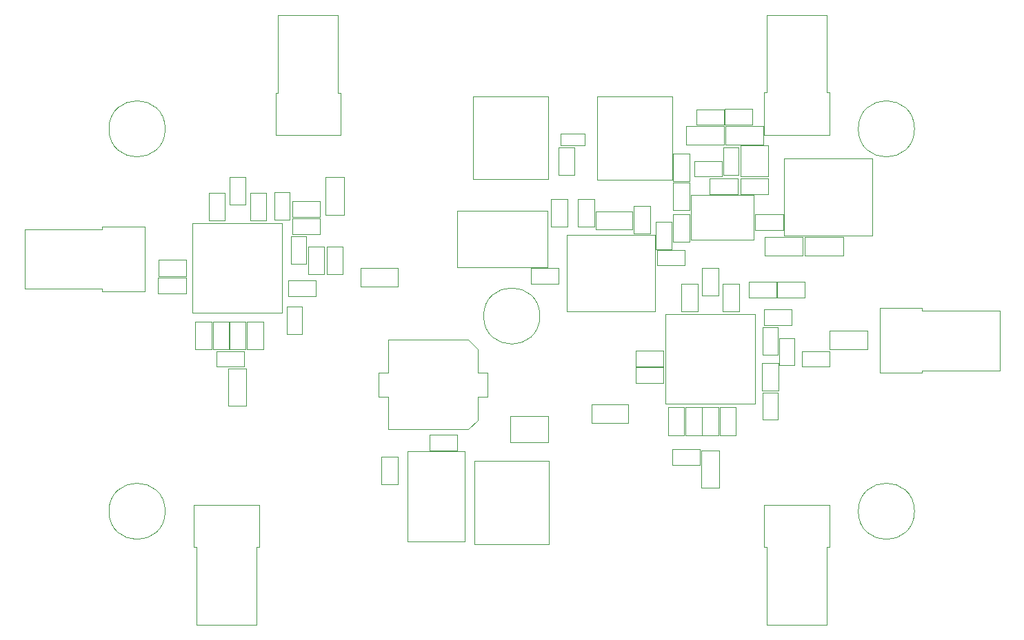
<source format=gbr>
%TF.GenerationSoftware,KiCad,Pcbnew,7.0.7*%
%TF.CreationDate,2023-09-13T19:56:45-04:00*%
%TF.ProjectId,AD831HotBoard,41443833-3148-46f7-9442-6f6172642e6b,0.1.0*%
%TF.SameCoordinates,Original*%
%TF.FileFunction,Other,User*%
%FSLAX46Y46*%
G04 Gerber Fmt 4.6, Leading zero omitted, Abs format (unit mm)*
G04 Created by KiCad (PCBNEW 7.0.7) date 2023-09-13 19:56:45*
%MOMM*%
%LPD*%
G01*
G04 APERTURE LIST*
%ADD10C,0.050000*%
G04 APERTURE END LIST*
D10*
%TO.C,R9*%
X175491000Y-83510500D02*
X175491000Y-88070500D01*
X173251000Y-88070500D02*
X173251000Y-83510500D01*
X173251000Y-83510500D02*
X175491000Y-83510500D01*
X175491000Y-88070500D02*
X173251000Y-88070500D01*
%TO.C,R1*%
X117420000Y-73473500D02*
X117420000Y-78033500D01*
X115180000Y-78033500D02*
X115180000Y-73473500D01*
X115180000Y-73473500D02*
X117420000Y-73473500D01*
X117420000Y-78033500D02*
X115180000Y-78033500D01*
%TO.C,J2*%
X111000000Y-90200000D02*
X119000000Y-90200000D01*
X111000000Y-95400000D02*
X111000000Y-90200000D01*
X111320000Y-95400000D02*
X111000000Y-95400000D01*
X111320000Y-104920000D02*
X111320000Y-95400000D01*
X118680000Y-95400000D02*
X118680000Y-104920000D01*
X118680000Y-95400000D02*
X119000000Y-95400000D01*
X118680000Y-104920000D02*
X111320000Y-104920000D01*
X119000000Y-95400000D02*
X119000000Y-90200000D01*
%TO.C,C7*%
X115280000Y-67703000D02*
X115280000Y-71103000D01*
X113320000Y-67703000D02*
X115280000Y-67703000D01*
X115280000Y-71103000D02*
X113320000Y-71103000D01*
X113320000Y-71103000D02*
X113320000Y-67703000D01*
%TO.C,C24*%
X175550000Y-81644000D02*
X175550000Y-78244000D01*
X177510000Y-81644000D02*
X175550000Y-81644000D01*
X175550000Y-78244000D02*
X177510000Y-78244000D01*
X177510000Y-78244000D02*
X177510000Y-81644000D01*
%TO.C,C22*%
X168639000Y-75275000D02*
X165239000Y-75275000D01*
X168639000Y-73315000D02*
X168639000Y-75275000D01*
X165239000Y-75275000D02*
X165239000Y-73315000D01*
X165239000Y-73315000D02*
X168639000Y-73315000D01*
%TO.C,R24*%
X159772000Y-77874000D02*
X164332000Y-77874000D01*
X159772000Y-80114000D02*
X159772000Y-77874000D01*
X164332000Y-77874000D02*
X164332000Y-80114000D01*
X164332000Y-80114000D02*
X159772000Y-80114000D01*
%TO.C,C40*%
X179561000Y-43525000D02*
X176161000Y-43525000D01*
X179561000Y-41565000D02*
X179561000Y-43525000D01*
X176161000Y-43525000D02*
X176161000Y-41565000D01*
X176161000Y-41565000D02*
X179561000Y-41565000D01*
%TO.C,J4*%
X129000000Y-44764000D02*
X121000000Y-44764000D01*
X129000000Y-39564000D02*
X129000000Y-44764000D01*
X128680000Y-39564000D02*
X129000000Y-39564000D01*
X128680000Y-30044000D02*
X128680000Y-39564000D01*
X121320000Y-39564000D02*
X121320000Y-30044000D01*
X121320000Y-39564000D02*
X121000000Y-39564000D01*
X121320000Y-30044000D02*
X128680000Y-30044000D01*
X121000000Y-39564000D02*
X121000000Y-44764000D01*
%TO.C,C34*%
X169636000Y-55409400D02*
X169636000Y-58809400D01*
X167676000Y-55409400D02*
X169636000Y-55409400D01*
X169636000Y-58809400D02*
X167676000Y-58809400D01*
X167676000Y-58809400D02*
X167676000Y-55409400D01*
%TO.C,R11*%
X182687000Y-76401500D02*
X182687000Y-79761500D01*
X180787000Y-76401500D02*
X182687000Y-76401500D01*
X182687000Y-79761500D02*
X180787000Y-79761500D01*
X180787000Y-79761500D02*
X180787000Y-76401500D01*
%TO.C,C28*%
X177891000Y-63009000D02*
X177891000Y-66409000D01*
X175931000Y-63009000D02*
X177891000Y-63009000D01*
X177891000Y-66409000D02*
X175931000Y-66409000D01*
X175931000Y-66409000D02*
X175931000Y-63009000D01*
%TO.C,J9*%
X195200000Y-74000000D02*
X195200000Y-66000000D01*
X200400000Y-74000000D02*
X195200000Y-74000000D01*
X200400000Y-73680000D02*
X200400000Y-74000000D01*
X209920000Y-73680000D02*
X200400000Y-73680000D01*
X200400000Y-66320000D02*
X209920000Y-66320000D01*
X200400000Y-66320000D02*
X200400000Y-66000000D01*
X209920000Y-66320000D02*
X209920000Y-73680000D01*
X200400000Y-66000000D02*
X195200000Y-66000000D01*
%TO.C,R16*%
X179144500Y-62804000D02*
X182504500Y-62804000D01*
X179144500Y-64704000D02*
X179144500Y-62804000D01*
X182504500Y-62804000D02*
X182504500Y-64704000D01*
X182504500Y-64704000D02*
X179144500Y-64704000D01*
%TO.C,C4*%
X173391000Y-81644000D02*
X173391000Y-78244000D01*
X175351000Y-81644000D02*
X173391000Y-81644000D01*
X173391000Y-78244000D02*
X175351000Y-78244000D01*
X175351000Y-78244000D02*
X175351000Y-81644000D01*
%TO.C,C11*%
X117312000Y-49928000D02*
X117312000Y-53328000D01*
X115352000Y-49928000D02*
X117312000Y-49928000D01*
X117312000Y-53328000D02*
X115352000Y-53328000D01*
X115352000Y-53328000D02*
X115352000Y-49928000D01*
%TO.C,R20*%
X175797000Y-49845000D02*
X172437000Y-49845000D01*
X175797000Y-47945000D02*
X175797000Y-49845000D01*
X172437000Y-49845000D02*
X172437000Y-47945000D01*
X172437000Y-47945000D02*
X175797000Y-47945000D01*
%TO.C,U4*%
X168871000Y-66763000D02*
X168871000Y-77763000D01*
X168871000Y-77763000D02*
X179871000Y-77763000D01*
X179871000Y-66763000D02*
X168871000Y-66763000D01*
X179871000Y-77763000D02*
X179871000Y-66763000D01*
%TO.C,R22*%
X155768000Y-49662500D02*
X155768000Y-46302500D01*
X157668000Y-49662500D02*
X155768000Y-49662500D01*
X155768000Y-46302500D02*
X157668000Y-46302500D01*
X157668000Y-46302500D02*
X157668000Y-49662500D01*
%TO.C,Q1*%
X178066000Y-49877500D02*
X181466000Y-49877500D01*
X181466000Y-49877500D02*
X181466000Y-46037500D01*
X178066000Y-46037500D02*
X178066000Y-49877500D01*
X181466000Y-46037500D02*
X178066000Y-46037500D01*
%TO.C,C38*%
X146985000Y-76938000D02*
X146985000Y-73938000D01*
X146985000Y-73938000D02*
X145835000Y-73938000D01*
X145835000Y-79788000D02*
X145835000Y-76938000D01*
X145835000Y-79788000D02*
X144685000Y-80938000D01*
X145835000Y-76938000D02*
X146985000Y-76938000D01*
X145835000Y-73938000D02*
X145835000Y-71088000D01*
X145835000Y-71088000D02*
X144685000Y-69938000D01*
X144685000Y-80938000D02*
X134835000Y-80938000D01*
X144685000Y-69938000D02*
X134835000Y-69938000D01*
X134835000Y-80938000D02*
X134835000Y-76938000D01*
X134835000Y-76938000D02*
X133685000Y-76938000D01*
X134835000Y-73938000D02*
X134835000Y-69938000D01*
X133685000Y-76938000D02*
X133685000Y-73938000D01*
X133685000Y-73938000D02*
X134835000Y-73938000D01*
%TO.C,C6*%
X115352000Y-71103000D02*
X115352000Y-67703000D01*
X117312000Y-71103000D02*
X115352000Y-71103000D01*
X115352000Y-67703000D02*
X117312000Y-67703000D01*
X117312000Y-67703000D02*
X117312000Y-71103000D01*
%TO.C,R7*%
X122743000Y-51810500D02*
X122743000Y-55170500D01*
X120843000Y-51810500D02*
X122743000Y-51810500D01*
X122743000Y-55170500D02*
X120843000Y-55170500D01*
X120843000Y-55170500D02*
X120843000Y-51810500D01*
%TO.C,C12*%
X111161000Y-71103000D02*
X111161000Y-67703000D01*
X113121000Y-71103000D02*
X111161000Y-71103000D01*
X111161000Y-67703000D02*
X113121000Y-67703000D01*
X113121000Y-67703000D02*
X113121000Y-71103000D01*
%TO.C,H5*%
X153450000Y-67000000D02*
G75*
G03*
X153450000Y-67000000I-3450000J0D01*
G01*
%TO.C,L2*%
X167589000Y-57012000D02*
X167589000Y-66432000D01*
X156769000Y-57012000D02*
X167589000Y-57012000D01*
X156769000Y-57012000D02*
X156769000Y-66432000D01*
X156769000Y-66432000D02*
X167589000Y-66432000D01*
%TO.C,C31*%
X179910000Y-54519000D02*
X183310000Y-54519000D01*
X179910000Y-56479000D02*
X179910000Y-54519000D01*
X183310000Y-54519000D02*
X183310000Y-56479000D01*
X183310000Y-56479000D02*
X179910000Y-56479000D01*
%TO.C,D5*%
X171386000Y-43681000D02*
X171386000Y-45981000D01*
X171386000Y-43681000D02*
X176086000Y-43681000D01*
X176086000Y-43681000D02*
X176086000Y-45981000D01*
X176086000Y-45981000D02*
X171386000Y-45981000D01*
%TO.C,C29*%
X172811000Y-63009000D02*
X172811000Y-66409000D01*
X170851000Y-63009000D02*
X172811000Y-63009000D01*
X172811000Y-66409000D02*
X170851000Y-66409000D01*
X170851000Y-66409000D02*
X170851000Y-63009000D01*
%TO.C,C30*%
X193640000Y-71127000D02*
X189040000Y-71127000D01*
X193640000Y-68827000D02*
X193640000Y-71127000D01*
X189040000Y-71127000D02*
X189040000Y-68827000D01*
X189040000Y-68827000D02*
X193640000Y-68827000D01*
%TO.C,J6*%
X145387000Y-84816000D02*
X145387000Y-95016000D01*
X145387000Y-95016000D02*
X154587000Y-95016000D01*
X154587000Y-84816000D02*
X145387000Y-84816000D01*
X154587000Y-95016000D02*
X154587000Y-84816000D01*
%TO.C,C18*%
X168639000Y-73243000D02*
X165239000Y-73243000D01*
X168639000Y-71283000D02*
X168639000Y-73243000D01*
X165239000Y-73243000D02*
X165239000Y-71283000D01*
X165239000Y-71283000D02*
X168639000Y-71283000D01*
%TO.C,U3*%
X154394000Y-61031000D02*
X154394000Y-54031000D01*
X154394000Y-54031000D02*
X143294000Y-54031000D01*
X143294000Y-61031000D02*
X154394000Y-61031000D01*
X143294000Y-54031000D02*
X143294000Y-61031000D01*
%TO.C,C36*%
X152351000Y-61123000D02*
X155751000Y-61123000D01*
X152351000Y-63083000D02*
X152351000Y-61123000D01*
X155751000Y-61123000D02*
X155751000Y-63083000D01*
X155751000Y-63083000D02*
X152351000Y-63083000D01*
%TO.C,C25*%
X169211500Y-81644000D02*
X169211500Y-78244000D01*
X171171500Y-81644000D02*
X169211500Y-81644000D01*
X169211500Y-78244000D02*
X171171500Y-78244000D01*
X171171500Y-78244000D02*
X171171500Y-81644000D01*
%TO.C,J5*%
X169716000Y-50256000D02*
X169716000Y-40056000D01*
X169716000Y-40056000D02*
X160516000Y-40056000D01*
X160516000Y-50256000D02*
X169716000Y-50256000D01*
X160516000Y-40056000D02*
X160516000Y-50256000D01*
%TO.C,R15*%
X182687000Y-68400500D02*
X182687000Y-71760500D01*
X180787000Y-68400500D02*
X182687000Y-68400500D01*
X182687000Y-71760500D02*
X180787000Y-71760500D01*
X180787000Y-71760500D02*
X180787000Y-68400500D01*
%TO.C,R13*%
X185980500Y-64704000D02*
X182620500Y-64704000D01*
X185980500Y-62804000D02*
X185980500Y-64704000D01*
X182620500Y-64704000D02*
X182620500Y-62804000D01*
X182620500Y-62804000D02*
X185980500Y-62804000D01*
%TO.C,R10*%
X169746500Y-83378000D02*
X173106500Y-83378000D01*
X169746500Y-85278000D02*
X169746500Y-83378000D01*
X173106500Y-83378000D02*
X173106500Y-85278000D01*
X173106500Y-85278000D02*
X169746500Y-85278000D01*
%TO.C,H4*%
X199450000Y-91000000D02*
G75*
G03*
X199450000Y-91000000I-3450000J0D01*
G01*
%TO.C,R3*%
X124267000Y-65860500D02*
X124267000Y-69220500D01*
X122367000Y-65860500D02*
X124267000Y-65860500D01*
X124267000Y-69220500D02*
X122367000Y-69220500D01*
X122367000Y-69220500D02*
X122367000Y-65860500D01*
%TO.C,J8*%
X181000000Y-90200000D02*
X189000000Y-90200000D01*
X181000000Y-95400000D02*
X181000000Y-90200000D01*
X181320000Y-95400000D02*
X181000000Y-95400000D01*
X181320000Y-104920000D02*
X181320000Y-95400000D01*
X188680000Y-95400000D02*
X188680000Y-104920000D01*
X188680000Y-95400000D02*
X189000000Y-95400000D01*
X188680000Y-104920000D02*
X181320000Y-104920000D01*
X189000000Y-95400000D02*
X189000000Y-90200000D01*
%TO.C,R8*%
X129220000Y-58494500D02*
X129220000Y-61854500D01*
X127320000Y-58494500D02*
X129220000Y-58494500D01*
X129220000Y-61854500D02*
X127320000Y-61854500D01*
X127320000Y-61854500D02*
X127320000Y-58494500D01*
%TO.C,U5*%
X179745000Y-57629000D02*
X179745000Y-52129000D01*
X179745000Y-52129000D02*
X172045000Y-52129000D01*
X172045000Y-57629000D02*
X179745000Y-57629000D01*
X172045000Y-52129000D02*
X172045000Y-57629000D01*
%TO.C,R12*%
X184719000Y-69694000D02*
X184719000Y-73054000D01*
X182819000Y-69694000D02*
X184719000Y-69694000D01*
X184719000Y-73054000D02*
X182819000Y-73054000D01*
X182819000Y-73054000D02*
X182819000Y-69694000D01*
%TO.C,C20*%
X149846000Y-79299000D02*
X154446000Y-79299000D01*
X149846000Y-82499000D02*
X149846000Y-79299000D01*
X154446000Y-79299000D02*
X154446000Y-82499000D01*
X154446000Y-82499000D02*
X149846000Y-82499000D01*
%TO.C,R4*%
X126934000Y-58494500D02*
X126934000Y-61854500D01*
X125034000Y-58494500D02*
X126934000Y-58494500D01*
X126934000Y-61854500D02*
X125034000Y-61854500D01*
X125034000Y-61854500D02*
X125034000Y-58494500D01*
%TO.C,C15*%
X119852000Y-51860000D02*
X119852000Y-55260000D01*
X117892000Y-51860000D02*
X119852000Y-51860000D01*
X119852000Y-55260000D02*
X117892000Y-55260000D01*
X117892000Y-55260000D02*
X117892000Y-51860000D01*
%TO.C,J3*%
X154460000Y-50185000D02*
X154460000Y-39985000D01*
X154460000Y-39985000D02*
X145260000Y-39985000D01*
X145260000Y-50185000D02*
X154460000Y-50185000D01*
X145260000Y-39985000D02*
X145260000Y-50185000D01*
%TO.C,C17*%
X129420000Y-49946000D02*
X129420000Y-54546000D01*
X127120000Y-49946000D02*
X129420000Y-49946000D01*
X129420000Y-54546000D02*
X127120000Y-54546000D01*
X127120000Y-54546000D02*
X127120000Y-49946000D01*
%TO.C,C39*%
X174322000Y-50074000D02*
X177722000Y-50074000D01*
X174322000Y-52034000D02*
X174322000Y-50074000D01*
X177722000Y-50074000D02*
X177722000Y-52034000D01*
X177722000Y-52034000D02*
X174322000Y-52034000D01*
%TO.C,C32*%
X181471000Y-52034000D02*
X178071000Y-52034000D01*
X181471000Y-50074000D02*
X181471000Y-52034000D01*
X178071000Y-52034000D02*
X178071000Y-50074000D01*
X178071000Y-50074000D02*
X181471000Y-50074000D01*
%TO.C,J7*%
X189000000Y-44727500D02*
X181000000Y-44727500D01*
X189000000Y-39527500D02*
X189000000Y-44727500D01*
X188680000Y-39527500D02*
X189000000Y-39527500D01*
X188680000Y-30007500D02*
X188680000Y-39527500D01*
X181320000Y-39527500D02*
X181320000Y-30007500D01*
X181320000Y-39527500D02*
X181000000Y-39527500D01*
X181320000Y-30007500D02*
X188680000Y-30007500D01*
X181000000Y-39527500D02*
X181000000Y-44727500D01*
%TO.C,C14*%
X123075000Y-55027000D02*
X126475000Y-55027000D01*
X123075000Y-56987000D02*
X123075000Y-55027000D01*
X126475000Y-55027000D02*
X126475000Y-56987000D01*
X126475000Y-56987000D02*
X123075000Y-56987000D01*
%TO.C,C3*%
X165009000Y-56879000D02*
X165009000Y-53479000D01*
X166969000Y-56879000D02*
X165009000Y-56879000D01*
X165009000Y-53479000D02*
X166969000Y-53479000D01*
X166969000Y-53479000D02*
X166969000Y-56879000D01*
%TO.C,H3*%
X107450000Y-91000000D02*
G75*
G03*
X107450000Y-91000000I-3450000J0D01*
G01*
%TO.C,C5*%
X173319000Y-78244000D02*
X173319000Y-81644000D01*
X171359000Y-78244000D02*
X173319000Y-78244000D01*
X173319000Y-81644000D02*
X171359000Y-81644000D01*
X171359000Y-81644000D02*
X171359000Y-78244000D01*
%TO.C,C37*%
X154849000Y-55995000D02*
X154849000Y-52595000D01*
X156809000Y-55995000D02*
X154849000Y-55995000D01*
X154849000Y-52595000D02*
X156809000Y-52595000D01*
X156809000Y-52595000D02*
X156809000Y-55995000D01*
%TO.C,D2*%
X181038000Y-57270000D02*
X181038000Y-59570000D01*
X181038000Y-57270000D02*
X185738000Y-57270000D01*
X185738000Y-57270000D02*
X185738000Y-59570000D01*
X185738000Y-59570000D02*
X181038000Y-59570000D01*
%TO.C,D4*%
X180912000Y-45981000D02*
X180912000Y-43681000D01*
X180912000Y-45981000D02*
X176212000Y-45981000D01*
X176212000Y-45981000D02*
X176212000Y-43681000D01*
X176212000Y-43681000D02*
X180912000Y-43681000D01*
%TO.C,R23*%
X176051000Y-43495000D02*
X172691000Y-43495000D01*
X176051000Y-41595000D02*
X176051000Y-43495000D01*
X172691000Y-43495000D02*
X172691000Y-41595000D01*
X172691000Y-41595000D02*
X176051000Y-41595000D01*
%TO.C,R17*%
X160280000Y-54125000D02*
X164840000Y-54125000D01*
X160280000Y-56365000D02*
X160280000Y-54125000D01*
X164840000Y-54125000D02*
X164840000Y-56365000D01*
X164840000Y-56365000D02*
X160280000Y-56365000D01*
%TO.C,C9*%
X109995400Y-64226000D02*
X106595400Y-64226000D01*
X109995400Y-62266000D02*
X109995400Y-64226000D01*
X106595400Y-64226000D02*
X106595400Y-62266000D01*
X106595400Y-62266000D02*
X109995400Y-62266000D01*
%TO.C,R18*%
X167865000Y-58867000D02*
X171225000Y-58867000D01*
X167865000Y-60767000D02*
X167865000Y-58867000D01*
X171225000Y-58867000D02*
X171225000Y-60767000D01*
X171225000Y-60767000D02*
X167865000Y-60767000D01*
%TO.C,C19*%
X143305000Y-83530000D02*
X139905000Y-83530000D01*
X143305000Y-81570000D02*
X143305000Y-83530000D01*
X139905000Y-83530000D02*
X139905000Y-81570000D01*
X139905000Y-81570000D02*
X143305000Y-81570000D01*
%TO.C,R14*%
X189028500Y-73213000D02*
X185668500Y-73213000D01*
X189028500Y-71313000D02*
X189028500Y-73213000D01*
X185668500Y-73213000D02*
X185668500Y-71313000D01*
X185668500Y-71313000D02*
X189028500Y-71313000D01*
%TO.C,C10*%
X122567000Y-62647000D02*
X125967000Y-62647000D01*
X122567000Y-64607000D02*
X122567000Y-62647000D01*
X125967000Y-62647000D02*
X125967000Y-64607000D01*
X125967000Y-64607000D02*
X122567000Y-64607000D01*
%TO.C,C27*%
X180987000Y-66203000D02*
X184387000Y-66203000D01*
X180987000Y-68163000D02*
X180987000Y-66203000D01*
X184387000Y-66203000D02*
X184387000Y-68163000D01*
X184387000Y-68163000D02*
X180987000Y-68163000D01*
%TO.C,C21*%
X135980000Y-84300000D02*
X135980000Y-87700000D01*
X134020000Y-84300000D02*
X135980000Y-84300000D01*
X135980000Y-87700000D02*
X134020000Y-87700000D01*
X134020000Y-87700000D02*
X134020000Y-84300000D01*
%TO.C,R21*%
X136011000Y-63350000D02*
X131451000Y-63350000D01*
X136011000Y-61110000D02*
X136011000Y-63350000D01*
X131451000Y-63350000D02*
X131451000Y-61110000D01*
X131451000Y-61110000D02*
X136011000Y-61110000D01*
%TO.C,L1*%
X183439000Y-57096000D02*
X183439000Y-47676000D01*
X194259000Y-57096000D02*
X183439000Y-57096000D01*
X194259000Y-57096000D02*
X194259000Y-47676000D01*
X194259000Y-47676000D02*
X183439000Y-47676000D01*
%TO.C,C8*%
X110000000Y-62080000D02*
X106600000Y-62080000D01*
X110000000Y-60120000D02*
X110000000Y-62080000D01*
X106600000Y-62080000D02*
X106600000Y-60120000D01*
X106600000Y-60120000D02*
X110000000Y-60120000D01*
%TO.C,R6*%
X124775000Y-57224500D02*
X124775000Y-60584500D01*
X122875000Y-57224500D02*
X124775000Y-57224500D01*
X124775000Y-60584500D02*
X122875000Y-60584500D01*
X122875000Y-60584500D02*
X122875000Y-57224500D01*
%TO.C,C2*%
X171795000Y-47068000D02*
X171795000Y-50468000D01*
X169835000Y-47068000D02*
X171795000Y-47068000D01*
X171795000Y-50468000D02*
X169835000Y-50468000D01*
X169835000Y-50468000D02*
X169835000Y-47068000D01*
%TO.C,R5*%
X126417500Y-54798000D02*
X123057500Y-54798000D01*
X126417500Y-52898000D02*
X126417500Y-54798000D01*
X123057500Y-54798000D02*
X123057500Y-52898000D01*
X123057500Y-52898000D02*
X126417500Y-52898000D01*
%TO.C,H2*%
X199450000Y-44000000D02*
G75*
G03*
X199450000Y-44000000I-3450000J0D01*
G01*
%TO.C,J1*%
X104908000Y-56000000D02*
X104908000Y-64000000D01*
X99708000Y-56000000D02*
X104908000Y-56000000D01*
X99708000Y-56320000D02*
X99708000Y-56000000D01*
X90188000Y-56320000D02*
X99708000Y-56320000D01*
X99708000Y-63680000D02*
X90188000Y-63680000D01*
X99708000Y-63680000D02*
X99708000Y-64000000D01*
X90188000Y-63680000D02*
X90188000Y-56320000D01*
X99708000Y-64000000D02*
X104908000Y-64000000D01*
%TO.C,C23*%
X180757000Y-76188000D02*
X180757000Y-72788000D01*
X182717000Y-76188000D02*
X180757000Y-76188000D01*
X180757000Y-72788000D02*
X182717000Y-72788000D01*
X182717000Y-72788000D02*
X182717000Y-76188000D01*
%TO.C,R19*%
X177861000Y-46302500D02*
X177861000Y-49662500D01*
X175961000Y-46302500D02*
X177861000Y-46302500D01*
X177861000Y-49662500D02*
X175961000Y-49662500D01*
X175961000Y-49662500D02*
X175961000Y-46302500D01*
%TO.C,R2*%
X113739500Y-71313000D02*
X117099500Y-71313000D01*
X113739500Y-73213000D02*
X113739500Y-71313000D01*
X117099500Y-71313000D02*
X117099500Y-73213000D01*
X117099500Y-73213000D02*
X113739500Y-73213000D01*
%TO.C,C33*%
X169835000Y-53963000D02*
X169835000Y-50563000D01*
X171795000Y-53963000D02*
X169835000Y-53963000D01*
X169835000Y-50563000D02*
X171795000Y-50563000D01*
X171795000Y-50563000D02*
X171795000Y-53963000D01*
%TO.C,H1*%
X107450000Y-44000000D02*
G75*
G03*
X107450000Y-44000000I-3450000J0D01*
G01*
%TO.C,U2*%
X144220000Y-83650000D02*
X137220000Y-83650000D01*
X137220000Y-83650000D02*
X137220000Y-94750000D01*
X144220000Y-94750000D02*
X144220000Y-83650000D01*
X137220000Y-94750000D02*
X144220000Y-94750000D01*
%TO.C,C1*%
X169835000Y-57869600D02*
X169835000Y-54469600D01*
X171795000Y-57869600D02*
X169835000Y-57869600D01*
X169835000Y-54469600D02*
X171795000Y-54469600D01*
X171795000Y-54469600D02*
X171795000Y-57869600D01*
%TO.C,C26*%
X175351000Y-61104000D02*
X175351000Y-64504000D01*
X173391000Y-61104000D02*
X175351000Y-61104000D01*
X175351000Y-64504000D02*
X173391000Y-64504000D01*
X173391000Y-64504000D02*
X173391000Y-61104000D01*
%TO.C,C16*%
X114772000Y-51860000D02*
X114772000Y-55260000D01*
X112812000Y-51860000D02*
X114772000Y-51860000D01*
X114772000Y-55260000D02*
X112812000Y-55260000D01*
X112812000Y-55260000D02*
X112812000Y-51860000D01*
%TO.C,D1*%
X158985500Y-46069000D02*
X156025500Y-46069000D01*
X158985500Y-44609000D02*
X158985500Y-46069000D01*
X156025500Y-46069000D02*
X156025500Y-44609000D01*
X156025500Y-44609000D02*
X158985500Y-44609000D01*
%TO.C,C13*%
X117511000Y-71103000D02*
X117511000Y-67703000D01*
X119471000Y-71103000D02*
X117511000Y-71103000D01*
X117511000Y-67703000D02*
X119471000Y-67703000D01*
X119471000Y-67703000D02*
X119471000Y-71103000D01*
%TO.C,U1*%
X110832000Y-55587000D02*
X110832000Y-66587000D01*
X110832000Y-66587000D02*
X121832000Y-66587000D01*
X121832000Y-55587000D02*
X110832000Y-55587000D01*
X121832000Y-66587000D02*
X121832000Y-55587000D01*
%TO.C,D3*%
X185991000Y-57270000D02*
X185991000Y-59570000D01*
X185991000Y-57270000D02*
X190691000Y-57270000D01*
X190691000Y-57270000D02*
X190691000Y-59570000D01*
X190691000Y-59570000D02*
X185991000Y-59570000D01*
%TO.C,C35*%
X158151000Y-55995000D02*
X158151000Y-52595000D01*
X160111000Y-55995000D02*
X158151000Y-55995000D01*
X158151000Y-52595000D02*
X160111000Y-52595000D01*
X160111000Y-52595000D02*
X160111000Y-55995000D01*
%TD*%
M02*

</source>
